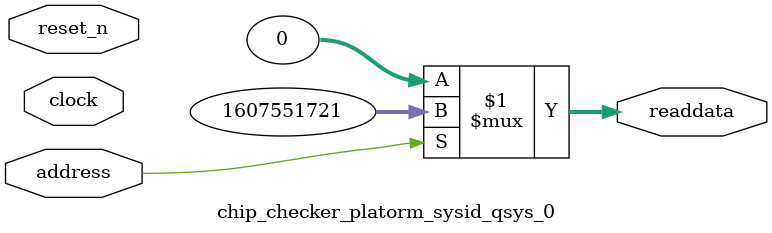
<source format=v>



// synthesis translate_off
`timescale 1ns / 1ps
// synthesis translate_on

// turn off superfluous verilog processor warnings 
// altera message_level Level1 
// altera message_off 10034 10035 10036 10037 10230 10240 10030 

module chip_checker_platorm_sysid_qsys_0 (
               // inputs:
                address,
                clock,
                reset_n,

               // outputs:
                readdata
             )
;

  output  [ 31: 0] readdata;
  input            address;
  input            clock;
  input            reset_n;

  wire    [ 31: 0] readdata;
  //control_slave, which is an e_avalon_slave
  assign readdata = address ? 1607551721 : 0;

endmodule



</source>
